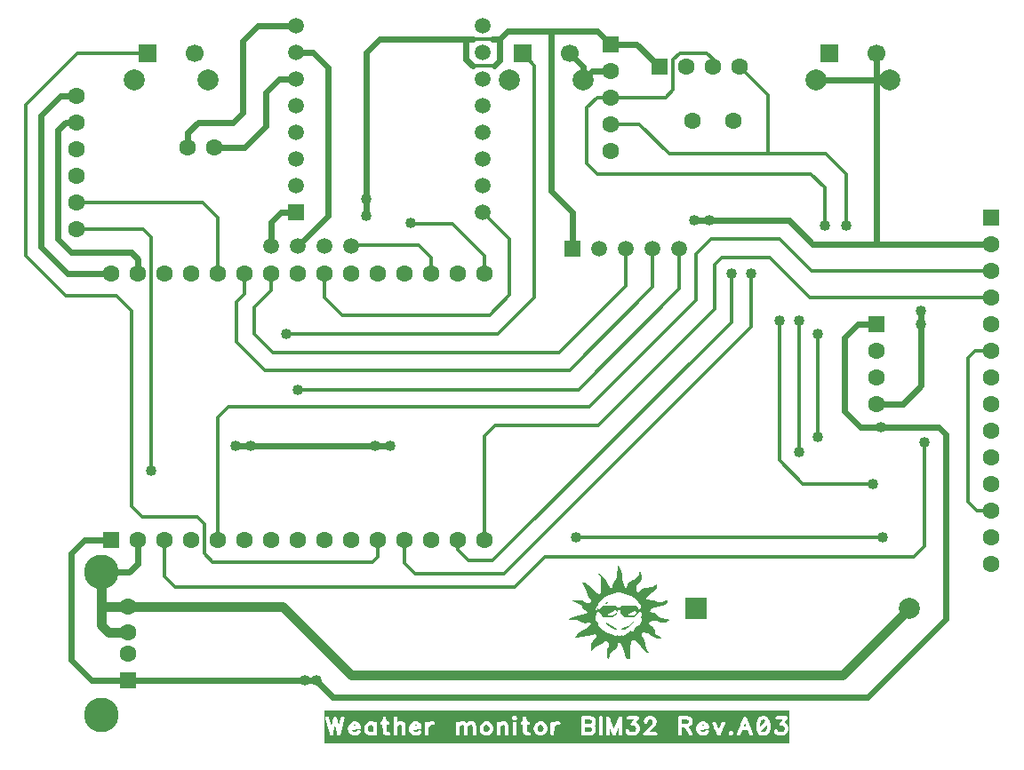
<source format=gbr>
G04 DipTrace 4.2.0.0*
G04 1 - Top.gbr*
%MOMM*%
G04 #@! TF.FileFunction,Copper,L1,Top*
G04 #@! TF.Part,Single*
G04 #@! TA.AperFunction,Conductor*
%ADD13C,0.6*%
%ADD14C,0.33*%
%ADD15C,0.9*%
G04 #@! TA.AperFunction,ComponentPad*
%ADD16C,2.0*%
%ADD17R,2.0X2.0*%
%ADD18R,1.6X1.6*%
%ADD19C,1.6*%
%ADD20C,1.7*%
%ADD21R,1.7X1.7*%
%ADD22C,2.0*%
%ADD23C,1.5*%
%ADD24R,1.5X1.5*%
%ADD25C,1.5*%
%ADD27C,3.3*%
G04 #@! TA.AperFunction,ViaPad*
%ADD28C,1.016*%
%FSLAX35Y35*%
G04*
G71*
G90*
G75*
G01*
G04 Top*
%LPD*%
X4870873Y6847623D2*
D14*
X4984747Y6733750D1*
Y4524370D1*
X4635500Y4175123D1*
X2619373D1*
X2984497Y4746623D2*
X2984927Y4746193D1*
Y4519900D1*
X3149543Y4355283D1*
X4555920D1*
X4746853Y4546217D1*
Y5079767D1*
X4492623Y5333997D1*
X9334500Y4778373D2*
X7619997D1*
X7318370Y5080000D1*
X6667500D1*
X6524623Y4937123D1*
Y4492623D1*
X5508623Y3476623D1*
X2070250D1*
X1968497Y3374870D1*
Y2206623D1*
X619123Y5429247D2*
X1825627D1*
X1968497Y5286377D1*
Y4746623D1*
X3746497Y2206623D2*
Y1990877D1*
X3848250Y1889123D1*
X4692497D1*
X7048497Y4245123D1*
Y4746623D1*
X1298997Y6847623D2*
X633123D1*
X142873Y6357373D1*
Y4921247D1*
X523873Y4540247D1*
X1000123D1*
X1142997Y4397373D1*
Y2530630D1*
X1244753Y2428873D1*
X1771493D1*
X1841497Y2358870D1*
Y2079623D1*
X1920873Y2000247D1*
X3444873D1*
X3492497Y2047870D1*
Y2206623D1*
X619123Y5175247D2*
X1254130D1*
X1333500Y5095877D1*
Y2873373D1*
X1335247D1*
X1460497Y2206623D2*
Y1863877D1*
X1562250Y1762123D1*
X4794250D1*
X5080000Y2047873D1*
X8597743D1*
X8699500Y2149630D1*
Y3143247D1*
X3807937Y5229787D2*
X3812120Y5225603D1*
X4205360D1*
X4508497Y4922467D1*
Y4746623D1*
X952497Y2206623D2*
D13*
X698497D1*
X571497Y2079623D1*
Y1063627D1*
X762050Y873073D1*
X1117123D1*
X8239123Y4270373D2*
X8064497D1*
X7937497Y4143373D1*
Y3438370D1*
X8089743Y3286123D1*
X8286750D1*
X8835870D1*
X8905873Y3216120D1*
Y1460497D1*
X8159750Y714373D1*
X3063873D1*
X2905173Y873073D1*
X2794000D1*
X2682873D1*
X1117123D1*
X2905123Y873123D2*
X2905173Y873073D1*
X2794000Y873123D2*
Y873073D1*
X8286750Y3286123D2*
D3*
X2476497Y5016500D2*
Y5238747D1*
X2571747Y5333997D1*
X2714623D1*
X856123Y1902373D2*
D15*
Y1571573D1*
Y1398123D1*
X926573Y1327673D1*
X1117123D1*
X856123Y1902373D2*
D13*
X1124500D1*
X1206497Y1984370D1*
Y2206623D1*
X619125Y6191247D2*
X516747D1*
X444497Y6118997D1*
Y5080000D1*
X571497Y4953000D1*
X1142997D1*
X1206497Y4889500D1*
Y4746623D1*
X1117123Y1571573D2*
D15*
X856123D1*
X9334500Y5032373D2*
D13*
X8241873D1*
X7635873D1*
X7413623Y5254623D1*
X6651623D1*
X8667747Y4397373D2*
Y4270373D1*
Y3682997D1*
X8493123Y3508373D1*
X8239123D1*
X8241873Y6847623D2*
Y5032373D1*
X8667747Y4270373D2*
D3*
X6508750Y5254623D2*
X6651623D1*
X1117123Y1571573D2*
D15*
X2587673D1*
X3238500Y920747D1*
X7921620D1*
X8556623Y1555750D1*
X2730497Y5016500D2*
D13*
X3016247Y5302250D1*
Y6715127D1*
X2873377Y6857997D1*
X2714623D1*
X5445873Y6597623D2*
X5532963Y6684713D1*
X5708750D1*
X8241873Y6847623D2*
Y6597623D1*
X7666873D1*
X5320873Y6847623D2*
X5445873Y6722623D1*
Y6597623D1*
X3238500Y5016500D2*
D14*
X3241120Y5019120D1*
X3885183D1*
X4000497Y4903807D1*
Y4746623D1*
X952497D2*
D13*
X539747D1*
X285747Y5000623D1*
Y6260247D1*
X470747Y6445247D1*
X619123D1*
X2140747Y3111500D2*
X2283623D1*
X3466623D1*
X3613623D1*
X5349873Y4984750D2*
Y5334000D1*
X5143497Y5540377D1*
Y7064373D1*
X4730750D1*
X4651377Y6985000D1*
X4587873D1*
D14*
X4397373D1*
D13*
X4333873D1*
X3508653D1*
X3381373Y6857720D1*
Y5461000D1*
X3381370D1*
Y5302247D1*
X4333873Y6985000D2*
Y6794497D1*
X4397373Y6730997D1*
D14*
X4603750D1*
D13*
X4651377Y6778623D1*
Y6985000D1*
X2283623Y3111500D2*
D3*
X3466623D2*
D3*
X6175373Y6719250D2*
X5955910Y6938713D1*
X5708750D1*
X5143497Y7064373D2*
X5583090D1*
X5708750Y6938713D1*
X1936750Y5953123D2*
X2222500D1*
X2428873Y6159497D1*
Y6476717D1*
X2556153Y6603997D1*
X2714623D1*
X1682750Y5953123D2*
Y6095997D1*
X1778000Y6191247D1*
X2111373D1*
X2206623Y6286497D1*
Y6969123D1*
X2349497Y7111997D1*
X2714623D1*
X4254497Y2206623D2*
D14*
Y2117877D1*
X4356250Y2016123D1*
X4587873D1*
X6858000Y4286250D1*
Y4746623D1*
X9334500Y4524373D2*
X7604123D1*
X7223123Y4905373D1*
X6769250D1*
X6699247Y4835370D1*
Y4413247D1*
X5588000Y3302000D1*
X4610253D1*
X4508497Y3200243D1*
Y2206623D1*
X6111873Y4984750D2*
Y4619623D1*
X5318123Y3825873D1*
X2413000D1*
X2143123Y4095750D1*
Y4476747D1*
X2222497Y4556120D1*
Y4746623D1*
X9334500Y2492373D2*
X9198127D1*
X9112247Y2578253D1*
Y3946367D1*
X9182253Y4016373D1*
X9334500D1*
X7508873Y4302123D2*
Y3047997D1*
X5708750Y6430713D2*
X6237370D1*
X6307373Y6500717D1*
Y6791873D1*
X6367373Y6851873D1*
X6627373D1*
X6683373Y6795873D1*
Y6719250D1*
X5708750Y6430713D2*
X5586623D1*
X5486067Y6330157D1*
Y5801877D1*
X5586070Y5701873D1*
X7616600D1*
X7747000Y5571473D1*
Y5207000D1*
X7683500Y4175123D2*
Y3190873D1*
X7683497D1*
X7953373Y5207000D2*
Y5699123D1*
X7760623Y5891873D1*
X7207247D1*
Y6449377D1*
X6937373Y6719250D1*
X5708750Y6176713D2*
X5982533D1*
X6267373Y5891873D1*
X7207247D1*
X6365873Y4984750D2*
Y4603747D1*
X5404000Y3641873D1*
X2727373D1*
X7318373Y4302123D2*
Y2968623D1*
X7540623Y2746373D1*
X8207373D1*
X8301810Y2233907D2*
X8299980Y2232077D1*
X5378673D1*
X5857873Y4984750D2*
Y4635500D1*
X5222873Y4000500D1*
X2492373D1*
X2317747Y4175127D1*
Y4429120D1*
X2476497Y4587870D1*
Y4746623D1*
D28*
X2727373Y3641873D3*
X8699500Y3143247D3*
X7318373Y4302123D3*
X8301810Y2233907D3*
X8207373Y2746373D3*
X5378673Y2232077D3*
X3807937Y5229787D3*
X7508873Y4302123D3*
X7683500Y4175123D3*
X7508873Y3047997D3*
X7683497Y3190873D3*
X6651623Y5254623D3*
X8667747Y4397373D3*
X2619373Y4175123D3*
X7747000Y5207000D3*
X7953373D3*
X6858000Y4746623D3*
X1335247Y2873373D3*
X2140747Y3111500D3*
X3613623D3*
X3381370Y5302247D3*
X7048497Y4746623D3*
X2905123Y873123D3*
X2794000D3*
X8286750Y3286123D3*
X3381377Y5461000D3*
X2283623Y3111500D3*
X3466623D3*
X8667747Y4270373D3*
X6508750Y5254623D3*
D16*
X8556623Y1555750D3*
D17*
X6524623D3*
D18*
X5708750Y6938713D3*
D19*
Y6684713D3*
Y6430713D3*
Y6176713D3*
Y5922713D3*
X6881873Y6207123D3*
X6492873D3*
D20*
X8241873Y6847623D3*
D21*
X7791873D3*
D22*
X8366873Y6597623D3*
X7666873D3*
D20*
X1748997Y6847623D3*
D21*
X1298997D3*
D22*
X1873997Y6597623D3*
X1173997D3*
D20*
X5320873Y6847623D3*
D21*
X4870873D3*
D22*
X5445873Y6597623D3*
X4745873D3*
D19*
X1936750Y5953123D3*
X1682750D3*
X4508497Y4746623D3*
X4254497D3*
X4000497D3*
X3746497D3*
X3492497D3*
X3238497D3*
X2984497D3*
X2730497D3*
X2476497D3*
X2222497D3*
X1968497D3*
X1714497D3*
X1460497D3*
X1206497D3*
X952497D3*
X4508497Y2206623D3*
X4254497D3*
X4000497D3*
X3746497D3*
X3492497D3*
X3238497D3*
X2984497D3*
X2730497D3*
X2476497D3*
X2222497D3*
X1968497D3*
X1714497D3*
X1460497D3*
X1206497D3*
D18*
X952497D3*
D23*
X5857873Y4984750D3*
X6111873D3*
X6365873D3*
X5603873D3*
D24*
X5349873D3*
X2714623Y5333997D3*
D23*
Y5587997D3*
Y5841997D3*
Y6095997D3*
Y6349997D3*
Y6603997D3*
Y6857997D3*
Y7111997D3*
X4492623D3*
Y6857997D3*
Y6603997D3*
Y6349997D3*
Y6095997D3*
Y5841997D3*
Y5587997D3*
Y5333997D3*
D25*
X2476497Y5016500D3*
X2730497D3*
X2984497Y5016497D3*
X3238500Y5016500D3*
D19*
X6937373Y6719250D3*
X6683373D3*
X6429373D3*
D18*
X6175373D3*
D19*
X8239123Y4016373D3*
Y3762373D3*
Y3508373D3*
D18*
Y4270373D3*
X9334500Y5286373D3*
D19*
Y5032373D3*
Y4778373D3*
Y4524373D3*
Y4270373D3*
Y4016373D3*
Y3762373D3*
Y3508373D3*
Y3254373D3*
Y3000373D3*
Y2746373D3*
Y2492373D3*
Y2238373D3*
Y1984373D3*
X1117123Y1327673D3*
Y1571573D3*
Y1127073D3*
D18*
Y873073D3*
D27*
X856123Y1902373D3*
Y542373D3*
D19*
X619125Y6445247D3*
Y6191247D3*
Y5937247D3*
Y5683247D3*
Y5429247D3*
Y5175247D3*
G36*
X5806707Y530540D2*
X5810707Y528540D1*
X5816707Y522540D1*
Y520540D1*
X5818707Y518540D1*
Y358540D1*
X5816707Y356540D1*
Y354540D1*
X5810707Y348540D1*
X5802707Y344540D1*
X5798707D1*
X5790707Y348540D1*
X5784707Y354540D1*
Y356540D1*
X5782707Y416540D1*
X5780707Y412540D1*
X5778707Y406540D1*
X5776707Y402540D1*
X5772707Y390540D1*
X5770707Y386540D1*
X5766707Y374540D1*
X5764707Y370540D1*
X5762707Y364540D1*
X5760707Y360540D1*
Y356540D1*
X5752707Y348540D1*
X5744707Y344540D1*
X5740707D1*
X5732707Y348540D1*
X5724707Y356540D1*
Y360540D1*
X5722707Y364540D1*
X5720707Y370540D1*
X5718707Y374540D1*
X5714707Y386540D1*
X5712707Y390540D1*
X5708707Y402540D1*
X5706707Y406540D1*
X5704707Y412540D1*
X5702707Y416540D1*
X5700707Y356540D1*
Y354540D1*
X5694707Y348540D1*
X5686707Y344540D1*
X5682707D1*
X5674707Y348540D1*
X5668707Y354540D1*
Y356540D1*
X5666707Y358540D1*
Y518540D1*
X5668707Y520540D1*
Y522540D1*
X5674707Y528540D1*
X5678707Y530540D1*
X5624707D1*
X5628707Y528540D1*
X5634707Y522540D1*
Y520540D1*
X5636707Y518540D1*
Y358540D1*
X5634707Y356540D1*
Y354540D1*
X5628707Y348540D1*
X5620707Y344540D1*
X5616707D1*
X5608707Y348540D1*
X5602707Y354540D1*
Y356540D1*
X5600707Y358540D1*
Y518540D1*
X5602707Y520540D1*
Y522540D1*
X5608707Y528540D1*
X5612707Y530540D1*
X5522707D1*
X5536707Y526540D1*
X5544707Y524540D1*
X5562707Y506540D1*
Y504540D1*
X5564707Y498540D1*
X5566707Y494540D1*
X5568707Y492540D1*
Y464540D1*
X5566707Y462540D1*
X5564707Y458540D1*
X5562707Y452540D1*
X5554707Y442540D1*
X5562707Y430540D1*
X5564707Y426540D1*
X5566707Y420540D1*
X5568707Y418540D1*
Y384540D1*
X5566707Y382540D1*
X5564707Y378540D1*
X5562707Y372540D1*
Y370540D1*
X5552707Y360540D1*
X5528707Y348540D1*
X5522707Y346540D1*
X5496040Y344540D1*
X5469373D1*
X5442707Y346540D1*
X5162707D1*
X5158707Y344540D1*
X5154707D1*
X5146707Y348540D1*
X5140707Y354540D1*
Y356540D1*
X5138707Y358540D1*
Y468540D1*
X5140707Y470540D1*
Y472540D1*
X5146707Y478540D1*
X5154707Y482540D1*
X5158707D1*
X5166707Y478540D1*
X5170707Y474540D1*
X5174707D1*
X5176707Y476540D1*
X5184707Y480540D1*
X5196707Y482540D1*
X5208707D1*
X5220707Y480540D1*
X5224707Y478540D1*
X5230707Y472540D1*
Y470540D1*
X5232707Y468540D1*
Y460540D1*
X5230707Y458540D1*
Y456540D1*
X5224707Y450540D1*
X5220707Y448540D1*
X5196707Y446540D1*
X5192707Y444540D1*
X5186707Y440540D1*
X5180707Y434540D1*
X5178707Y428540D1*
X5176707Y424540D1*
X5174707Y418540D1*
X5172707Y356540D1*
Y354540D1*
X5166707Y348540D1*
X5162707Y346540D1*
X5442707D1*
X5438707Y348540D1*
X5432707Y354540D1*
Y356540D1*
X5430707Y358540D1*
Y518540D1*
X5432707Y520540D1*
Y522540D1*
X5438707Y528540D1*
X5442707Y530540D1*
X4898707D1*
X4902707Y528540D1*
X4908707Y522540D1*
Y520540D1*
X4910707Y482540D1*
X4926707Y480540D1*
X5022707D1*
X5035373Y482540D1*
X5048040D1*
X5060707Y480540D1*
X5076707Y472540D1*
X5100707Y448540D1*
Y444540D1*
X5102707Y438540D1*
X5104707Y434540D1*
X5106707Y428540D1*
X5108707Y426540D1*
Y400540D1*
X5106707Y398540D1*
X5104707Y392540D1*
X5102707Y388540D1*
X5100707Y382540D1*
Y378540D1*
X5076707Y354540D1*
X5060707Y346540D1*
X5048040Y344540D1*
X5035373D1*
X5022707Y346540D1*
X5014707Y350540D1*
X5012707Y352540D1*
X5006707Y356540D1*
X5002707Y358540D1*
X4988707Y372540D1*
Y374540D1*
X4982707Y386540D1*
X4978707Y398540D1*
X4976707Y400540D1*
Y426540D1*
X4978707Y428540D1*
X4982707Y440540D1*
X4988707Y452540D1*
Y454540D1*
X5002707Y468540D1*
X5006707Y470540D1*
X5012707Y474540D1*
X5022707Y480540D1*
X4926707D1*
X4930707Y478540D1*
X4936707Y472540D1*
Y470540D1*
X4938707Y468540D1*
Y460540D1*
X4936707Y458540D1*
Y456540D1*
X4930707Y450540D1*
X4926707Y448540D1*
X4910707Y446540D1*
Y392540D1*
X4912707Y384540D1*
X4914707Y382540D1*
X4918707Y380540D1*
X4934707Y378540D1*
X4938707Y376540D1*
X4944707Y370540D1*
Y368540D1*
X4946707Y366540D1*
Y358540D1*
X4944707Y356540D1*
Y354540D1*
X4938707Y348540D1*
X4934707Y346540D1*
X4925373Y344540D1*
X4916040D1*
X4906707Y346540D1*
X4802707D1*
X4798707Y344540D1*
X4794707D1*
X4790707Y346540D1*
X4728707D1*
X4724707Y344540D1*
X4720707D1*
X4712707Y348540D1*
X4706707Y354540D1*
Y356540D1*
X4704707Y432540D1*
X4702707Y436540D1*
X4700707Y442540D1*
X4696707Y446540D1*
X4682707D1*
X4678707Y444540D1*
X4672707Y440540D1*
X4660707Y428540D1*
X4658707Y356540D1*
Y354540D1*
X4652707Y348540D1*
X4644707Y344540D1*
X4640707D1*
X4636707Y346540D1*
X4546707D1*
X4534040Y344540D1*
X4521373D1*
X4508707Y346540D1*
X4500707Y350540D1*
X4498707Y352540D1*
X4492707Y356540D1*
X4476707Y370540D1*
X4468707Y378540D1*
Y384540D1*
X4466707Y390540D1*
X4464707Y398540D1*
X4462707Y400540D1*
Y426540D1*
X4464707Y428540D1*
X4466707Y436540D1*
X4468707Y442540D1*
X4472707Y452540D1*
X4488707Y468540D1*
X4492707Y470540D1*
X4498707Y474540D1*
X4500707Y476540D1*
X4508707Y480540D1*
X4521373Y482540D1*
X4534040D1*
X4546707Y480540D1*
X4550707Y478540D1*
X4552707Y476540D1*
X4564707Y468540D1*
X4568707Y466540D1*
X4586707Y448540D1*
Y442540D1*
X4588707Y436540D1*
X4590707Y428540D1*
X4592707Y426540D1*
Y400540D1*
X4590707Y398540D1*
X4588707Y390540D1*
X4586707Y384540D1*
Y378540D1*
X4568707Y360540D1*
X4564707Y358540D1*
X4546707Y346540D1*
X4636707D1*
X4632707Y348540D1*
X4626707Y354540D1*
Y356540D1*
X4624707Y358540D1*
Y468540D1*
X4626707Y470540D1*
Y472540D1*
X4632707Y478540D1*
X4640707Y482540D1*
X4644707D1*
X4652707Y478540D1*
X4656707Y474540D1*
X4660707D1*
X4662707Y476540D1*
X4670707Y480540D1*
X4683373Y482540D1*
X4696040D1*
X4708707Y480540D1*
X4712707Y478540D1*
X4714707Y476540D1*
X4722707Y472540D1*
X4732707Y462540D1*
Y458540D1*
X4734707Y452540D1*
X4736707Y448540D1*
X4738707Y442540D1*
X4740707Y440540D1*
Y358540D1*
X4738707Y356540D1*
Y354540D1*
X4732707Y348540D1*
X4728707Y346540D1*
X4790707D1*
X4786707Y348540D1*
X4780707Y354540D1*
Y356540D1*
X4778707Y358540D1*
Y468540D1*
X4780707Y470540D1*
Y472540D1*
X4786707Y478540D1*
X4794707Y482540D1*
X4798707D1*
X4806707Y478540D1*
X4812707Y472540D1*
Y470540D1*
X4814707Y468540D1*
Y358540D1*
X4812707Y356540D1*
Y354540D1*
X4806707Y348540D1*
X4802707Y346540D1*
X4906707D1*
X4890707Y354540D1*
X4880707Y364540D1*
Y368540D1*
X4878707Y376540D1*
X4876707Y382540D1*
X4874707Y446540D1*
X4864707Y448540D1*
X4860707Y450540D1*
X4854707Y456540D1*
Y458540D1*
X4852707Y460540D1*
Y468540D1*
X4854707Y470540D1*
Y472540D1*
X4860707Y478540D1*
X4864707Y480540D1*
X4874707Y482540D1*
X4876707Y520540D1*
Y522540D1*
X4882707Y528540D1*
X4886707Y530540D1*
X4812707D1*
X4814707Y526540D1*
X4818707Y520540D1*
X4820707Y518540D1*
Y510540D1*
X4818707Y508540D1*
Y506540D1*
X4806707Y494540D1*
X4798707Y490540D1*
X4794707D1*
X4790707Y492540D1*
X3676707D1*
Y474540D1*
X3688707Y480540D1*
X3701373Y482540D1*
X3714040D1*
X3726707Y480540D1*
X3834707D1*
X3847373Y482540D1*
X3860040D1*
X3872707Y480540D1*
X3954707D1*
X3958707Y482540D1*
X3962707D1*
X3970707Y478540D1*
X3974707Y474540D1*
X3978707D1*
X3980707Y476540D1*
X3988707Y480540D1*
X4000707Y482540D1*
X4012707D1*
X4024707Y480540D1*
X4246707D1*
X4250707Y482540D1*
X4254707D1*
X4262707Y478540D1*
X4266707Y474540D1*
X4270707D1*
X4272707Y476540D1*
X4280707Y480540D1*
X4293373Y482540D1*
X4306040D1*
X4318707Y480540D1*
X4334707Y472540D1*
X4338707Y468540D1*
X4340707D1*
X4344707Y470540D1*
X4346707Y472540D1*
X4362707Y480540D1*
X4374707Y482540D1*
X4386707D1*
X4398707Y480540D1*
X4414707Y472540D1*
X4424707Y462540D1*
Y456540D1*
X4426707Y450540D1*
X4428707Y442540D1*
X4430707Y440540D1*
Y358540D1*
X4428707Y356540D1*
Y354540D1*
X4422707Y348540D1*
X4414707Y344540D1*
X4410707D1*
X4402707Y348540D1*
X4396707Y354540D1*
Y356540D1*
X4394707Y434540D1*
X4392707Y440540D1*
X4390707Y444540D1*
X4386707Y446540D1*
X4374707D1*
X4362707Y440540D1*
X4350707Y428540D1*
X4348707Y356540D1*
Y354540D1*
X4342707Y348540D1*
X4334707Y344540D1*
X4330707D1*
X4322707Y348540D1*
X4316707Y354540D1*
Y356540D1*
X4314707Y434540D1*
X4312707Y440540D1*
X4310707Y444540D1*
X4306707Y446540D1*
X4292707D1*
X4288707Y444540D1*
X4282707Y440540D1*
X4270707Y428540D1*
X4268707Y356540D1*
Y354540D1*
X4262707Y348540D1*
X4254707Y344540D1*
X4250707D1*
X4242707Y348540D1*
X4236707Y354540D1*
Y356540D1*
X4234707Y358540D1*
Y468540D1*
X4236707Y470540D1*
Y472540D1*
X4242707Y478540D1*
X4246707Y480540D1*
X4024707D1*
X4028707Y478540D1*
X4034707Y472540D1*
Y470540D1*
X4036707Y468540D1*
Y460540D1*
X4034707Y458540D1*
Y456540D1*
X4028707Y450540D1*
X4024707Y448540D1*
X4000707Y446540D1*
X3996707Y444540D1*
X3990707Y440540D1*
X3982707Y432540D1*
X3978707Y420540D1*
X3976707Y356540D1*
Y354540D1*
X3970707Y348540D1*
X3962707Y344540D1*
X3958707D1*
X3950707Y348540D1*
X3944707Y354540D1*
Y356540D1*
X3942707Y358540D1*
Y468540D1*
X3944707Y470540D1*
Y472540D1*
X3950707Y478540D1*
X3954707Y480540D1*
X3872707D1*
X3890707Y468540D1*
X3894707Y466540D1*
X3904707Y456540D1*
Y452540D1*
X3906707Y448540D1*
X3908707Y442540D1*
X3910707Y440540D1*
Y416540D1*
X3908707Y414540D1*
Y412540D1*
X3902707Y406540D1*
X3898707Y404540D1*
X3826707Y402540D1*
Y400540D1*
X3828707Y394540D1*
X3836707Y386540D1*
X3842707Y382540D1*
X3846707Y380540D1*
X3860707D1*
X3866707Y384540D1*
X3878707Y396540D1*
X3890707Y402540D1*
X3894707D1*
X3902707Y398540D1*
X3908707Y392540D1*
Y390540D1*
X3910707Y388540D1*
Y380540D1*
X3908707Y378540D1*
Y376540D1*
X3886707Y354540D1*
X3878707Y350540D1*
X3876707Y348540D1*
X3872707Y346540D1*
X3860040Y344540D1*
X3847373D1*
X3834707Y346540D1*
X3826707Y350540D1*
X3824707Y352540D1*
X3818707Y356540D1*
X3802707Y370540D1*
X3794707Y378540D1*
Y384540D1*
X3792707Y390540D1*
X3790707Y398540D1*
X3788707Y400540D1*
Y426540D1*
X3790707Y428540D1*
X3792707Y436540D1*
X3794707Y442540D1*
X3798707Y452540D1*
X3814707Y468540D1*
X3818707Y470540D1*
X3824707Y474540D1*
X3834707Y480540D1*
X3726707D1*
X3732707Y476540D1*
X3740707Y472540D1*
X3750707Y462540D1*
Y456540D1*
X3752707Y450540D1*
X3754707Y442540D1*
X3756707Y440540D1*
Y358540D1*
X3754707Y356540D1*
Y354540D1*
X3748707Y348540D1*
X3740707Y344540D1*
X3736707D1*
X3728707Y348540D1*
X3722707Y354540D1*
Y356540D1*
X3720707Y434540D1*
X3718707Y440540D1*
X3716707Y444540D1*
X3714707Y446540D1*
X3700707D1*
X3688707Y440540D1*
X3676707Y428540D1*
X3674707Y356540D1*
Y354540D1*
X3668707Y348540D1*
X3660707Y344540D1*
X3656707D1*
X3648707Y348540D1*
X3642707Y354540D1*
Y356540D1*
X3640707Y358540D1*
Y518540D1*
X3642707Y520540D1*
Y522540D1*
X3648707Y528540D1*
X3656707Y532540D1*
X3660707D1*
X3668707Y528540D1*
X3674707Y522540D1*
Y520540D1*
X3676707Y492540D1*
X4790707D1*
X4778707Y500540D1*
X4774707Y504540D1*
X4772707Y508540D1*
X4770707Y510540D1*
Y518540D1*
X4772707Y520540D1*
X4774707Y524540D1*
Y526540D1*
X4782707Y534540D1*
X4790707Y538540D1*
X2980707D1*
Y530540D1*
X3006707D1*
X3010707Y532540D1*
X3014707D1*
X3022707Y528540D1*
X3030707Y520540D1*
Y514540D1*
X3048707Y442540D1*
X3050707Y438540D1*
X3056707Y462540D1*
X3058707Y472540D1*
X3064707Y496540D1*
X3066707Y506540D1*
X3068707Y514540D1*
Y520540D1*
X3076707Y528540D1*
X3084707Y532540D1*
X3088707D1*
X3096707Y528540D1*
X3104707Y520540D1*
Y514540D1*
X3106707Y506540D1*
X3108707Y496540D1*
X3114707Y472540D1*
X3116707Y462540D1*
X3122707Y438540D1*
X3128707Y462540D1*
X3130707Y472540D1*
X3136707Y496540D1*
X3138707Y506540D1*
X3140707Y514540D1*
Y520540D1*
X3148707Y528540D1*
X3156707Y532540D1*
X3160707D1*
X3164707Y530540D1*
X3550707D1*
X3554707Y532540D1*
X3558707D1*
X3566707Y528540D1*
X3572707Y522540D1*
Y520540D1*
X3574707Y482540D1*
X3590707Y480540D1*
X3594707Y478540D1*
X3600707Y472540D1*
Y470540D1*
X3602707Y468540D1*
Y460540D1*
X3600707Y458540D1*
Y456540D1*
X3594707Y450540D1*
X3590707Y448540D1*
X3574707Y446540D1*
Y392540D1*
X3576707Y384540D1*
X3578707Y382540D1*
X3582707Y380540D1*
X3598707Y378540D1*
X3602707Y376540D1*
X3608707Y370540D1*
Y368540D1*
X3610707Y366540D1*
Y358540D1*
X3608707Y356540D1*
Y354540D1*
X3602707Y348540D1*
X3598707Y346540D1*
X3589373Y344540D1*
X3580040D1*
X3570707Y346540D1*
X3472707D1*
X3468707Y344540D1*
X3464707D1*
X3456707Y348540D1*
X3454707Y350540D1*
X3452707D1*
X3450707Y348540D1*
X3446707Y346540D1*
X3434040Y344540D1*
X3421373D1*
X3408707Y346540D1*
X3400707Y350540D1*
X3398707Y352540D1*
X3392707Y356540D1*
X3376707Y370540D1*
X3368707Y378540D1*
Y384540D1*
X3366707Y390540D1*
X3364707Y398540D1*
X3362707Y400540D1*
Y426540D1*
X3364707Y428540D1*
X3366707Y436540D1*
X3368707Y442540D1*
X3372707Y452540D1*
X3388707Y468540D1*
X3392707Y470540D1*
X3398707Y474540D1*
X3400707Y476540D1*
X3408707Y480540D1*
X3421373Y482540D1*
X3434040D1*
X3446707Y480540D1*
X3450707Y478540D1*
X3452707Y476540D1*
X3454707D1*
X3456707Y478540D1*
X3464707Y482540D1*
X3468707D1*
X3476707Y478540D1*
X3482707Y472540D1*
Y470540D1*
X3484707Y468540D1*
Y358540D1*
X3482707Y356540D1*
Y354540D1*
X3476707Y348540D1*
X3472707Y346540D1*
X3570707D1*
X3554707Y354540D1*
X3544707Y364540D1*
Y368540D1*
X3542707Y376540D1*
X3540707Y382540D1*
X3538707Y446540D1*
X3528707Y448540D1*
X3524707Y450540D1*
X3518707Y456540D1*
Y458540D1*
X3516707Y460540D1*
Y468540D1*
X3518707Y470540D1*
Y472540D1*
X3524707Y478540D1*
X3528707Y480540D1*
X3538707Y482540D1*
X3540707Y520540D1*
Y522540D1*
X3546707Y528540D1*
X3550707Y530540D1*
X3164707D1*
X3168707Y528540D1*
X3174707Y522540D1*
Y520540D1*
X3176707Y518540D1*
Y508540D1*
X3174707Y506540D1*
X3170707Y490540D1*
X3168707Y480540D1*
X3254707D1*
X3267373Y482540D1*
X3280040D1*
X3292707Y480540D1*
X3296707Y478540D1*
X3298707Y476540D1*
X3310707Y468540D1*
X3314707Y466540D1*
X3324707Y456540D1*
Y452540D1*
X3326707Y448540D1*
X3328707Y442540D1*
X3330707Y440540D1*
Y416540D1*
X3328707Y414540D1*
Y412540D1*
X3322707Y406540D1*
X3318707Y404540D1*
X3246707Y402540D1*
Y400540D1*
X3248707Y394540D1*
X3256707Y386540D1*
X3262707Y382540D1*
X3266707Y380540D1*
X3280707D1*
X3286707Y384540D1*
X3298707Y396540D1*
X3310707Y402540D1*
X3314707D1*
X3322707Y398540D1*
X3328707Y392540D1*
Y390540D1*
X3330707Y388540D1*
Y380540D1*
X3328707Y378540D1*
Y376540D1*
X3306707Y354540D1*
X3298707Y350540D1*
X3296707Y348540D1*
X3292707Y346540D1*
X3280040Y344540D1*
X3267373D1*
X3254707Y346540D1*
X3246707Y350540D1*
X3244707Y352540D1*
X3238707Y356540D1*
X3222707Y370540D1*
X3214707Y378540D1*
Y384540D1*
X3212707Y390540D1*
X3210707Y398540D1*
X3208707Y400540D1*
Y426540D1*
X3210707Y428540D1*
X3212707Y436540D1*
X3214707Y442540D1*
X3218707Y452540D1*
X3234707Y468540D1*
X3238707Y470540D1*
X3244707Y474540D1*
X3254707Y480540D1*
X3168707D1*
X3162707Y456540D1*
X3160707Y446540D1*
X3152707Y414540D1*
X3150707Y404540D1*
X3144707Y380540D1*
X3142707Y370540D1*
X3140707Y362540D1*
Y356540D1*
X3132707Y348540D1*
X3124707Y344540D1*
X3120707D1*
X3112707Y348540D1*
X3104707Y356540D1*
Y362540D1*
X3102707Y370540D1*
X3100707Y380540D1*
X3094707Y404540D1*
X3092707Y414540D1*
X3086707Y438540D1*
X3080707Y414540D1*
X3078707Y404540D1*
X3072707Y380540D1*
X3070707Y370540D1*
X3068707Y362540D1*
Y356540D1*
X3060707Y348540D1*
X3052707Y344540D1*
X3048707D1*
X3040707Y348540D1*
X3032707Y356540D1*
Y362540D1*
X2996707Y506540D1*
X2994707Y508540D1*
Y518540D1*
X2996707Y520540D1*
Y522540D1*
X3002707Y528540D1*
X3006707Y530540D1*
X2980707D1*
Y272540D1*
X7416707D1*
Y346540D1*
X7350707D1*
X7338040Y344540D1*
X7325373D1*
X7312707Y346540D1*
X7180707D1*
X7170707Y344540D1*
X7160707D1*
X7150707Y346540D1*
X7054707D1*
X7050707Y344540D1*
X7046707D1*
X7038707Y348540D1*
X7030707Y356540D1*
Y360540D1*
X7028707Y364540D1*
X7026707Y370540D1*
X7024707Y374540D1*
X7020707Y386540D1*
X7016707Y394540D1*
X6962707D1*
X6960707Y390540D1*
X6958707Y384540D1*
X6956707Y380540D1*
X6954707Y374540D1*
X6952707Y370540D1*
X6950707Y364540D1*
X6948707Y360540D1*
Y356540D1*
X6940707Y348540D1*
X6932707Y344540D1*
X6928707D1*
X6924707Y346540D1*
X6862707D1*
X6858707Y344540D1*
X6854707D1*
X6842707Y350540D1*
X6836707Y356540D1*
Y358540D1*
X6834707Y362540D1*
X6832707Y364540D1*
Y372540D1*
X6834707Y374540D1*
X6836707Y378540D1*
X6842707Y386540D1*
Y388540D1*
X6854707Y394540D1*
X6858707D1*
X6866707Y390540D1*
X6880707Y376540D1*
Y374540D1*
X6882707Y372540D1*
Y364540D1*
X6880707Y362540D1*
Y360540D1*
X6872707Y352540D1*
X6868707Y350540D1*
X6862707Y346540D1*
X6924707D1*
X6920707Y348540D1*
X6914707Y354540D1*
Y356540D1*
X6912707Y358540D1*
Y368540D1*
X6914707Y370540D1*
X6916707Y376540D1*
X6918707Y380540D1*
X6920707Y386540D1*
X6922707Y390540D1*
Y394540D1*
X6774707D1*
X6772707Y392540D1*
X6768707Y384540D1*
X6766707Y378540D1*
X6764707Y374540D1*
X6762707Y368540D1*
X6760707Y364540D1*
X6758707Y358540D1*
Y356540D1*
X6750707Y348540D1*
X6742707Y344540D1*
X6738707D1*
X6734707Y346540D1*
X6608707D1*
X6596040Y344540D1*
X6583373D1*
X6570707Y346540D1*
X6562707Y350540D1*
X6560707Y352540D1*
X6554707Y356540D1*
X6538707Y370540D1*
X6530707Y378540D1*
Y384540D1*
X6528707Y390540D1*
X6526707Y398540D1*
X6524707Y400540D1*
Y426540D1*
X6526707Y428540D1*
X6528707Y436540D1*
X6530707Y442540D1*
X6534707Y452540D1*
X6550707Y468540D1*
X6554707Y470540D1*
X6560707Y474540D1*
X6562707Y476540D1*
X6570707Y480540D1*
X6583373Y482540D1*
X6596040D1*
X6608707Y480540D1*
X6612707Y478540D1*
X6614707Y476540D1*
X6626707Y468540D1*
X6630707Y466540D1*
X6640707Y456540D1*
Y452540D1*
X6642707Y448540D1*
X6644707Y442540D1*
X6646707Y440540D1*
Y416540D1*
X6644707Y414540D1*
Y412540D1*
X6638707Y406540D1*
X6634707Y404540D1*
X6562707Y402540D1*
Y400540D1*
X6564707Y394540D1*
X6572707Y386540D1*
X6578707Y382540D1*
X6582707Y380540D1*
X6596707D1*
X6602707Y384540D1*
X6614707Y396540D1*
X6626707Y402540D1*
X6630707D1*
X6638707Y398540D1*
X6644707Y392540D1*
Y390540D1*
X6646707Y388540D1*
Y380540D1*
X6644707Y378540D1*
Y376540D1*
X6622707Y354540D1*
X6614707Y350540D1*
X6608707Y346540D1*
X6734707D1*
X6730707Y348540D1*
X6722707Y356540D1*
Y358540D1*
X6720707Y364540D1*
X6716707Y372540D1*
X6714707Y378540D1*
X6710707Y386540D1*
X6708707Y392540D1*
X6702707Y404540D1*
X6700707Y410540D1*
X6696707Y418540D1*
X6694707Y424540D1*
X6690707Y432540D1*
X6688707Y438540D1*
X6684707Y446540D1*
X6682707Y452540D1*
X6680707Y456540D1*
X6678707Y458540D1*
Y468540D1*
X6680707Y470540D1*
Y472540D1*
X6686707Y478540D1*
X6694707Y482540D1*
X6698707D1*
X6706707Y478540D1*
X6714707Y470540D1*
Y468540D1*
X6716707Y462540D1*
X6720707Y454540D1*
X6722707Y448540D1*
X6726707Y440540D1*
X6728707Y434540D1*
X6732707Y426540D1*
X6734707Y420540D1*
X6740707Y408540D1*
X6742707Y414540D1*
X6744707Y418540D1*
X6746707Y424540D1*
X6748707Y428540D1*
X6750707Y434540D1*
X6754707Y442540D1*
X6756707Y448540D1*
X6758707Y452540D1*
X6760707Y458540D1*
X6762707Y462540D1*
X6764707Y468540D1*
Y470540D1*
X6772707Y478540D1*
X6780707Y482540D1*
X6784707D1*
X6792707Y478540D1*
X6798707Y472540D1*
Y470540D1*
X6800707Y468540D1*
Y458540D1*
X6798707Y456540D1*
X6796707Y452540D1*
X6794707Y446540D1*
X6792707Y442540D1*
X6790707Y436540D1*
X6788707Y432540D1*
X6786707Y426540D1*
X6782707Y418540D1*
X6780707Y412540D1*
X6778707Y408540D1*
X6776707Y402540D1*
X6774707Y398540D1*
Y394540D1*
X6922707D1*
X6924707Y396540D1*
X6926707Y400540D1*
X6928707Y406540D1*
X6930707Y410540D1*
X6932707Y416540D1*
X6934707Y420540D1*
X6936707Y426540D1*
X6938707Y430540D1*
X6940707Y436540D1*
X6942707Y440540D1*
X6946707Y452540D1*
X6948707Y456540D1*
X6950707Y462540D1*
X6952707Y466540D1*
X6954707Y472540D1*
X6956707Y476540D1*
X6958707Y482540D1*
X6492707D1*
X6490707Y462540D1*
X6488707Y458540D1*
X6486707Y452540D1*
Y450540D1*
X6476707Y440540D1*
X6456707Y430540D1*
X6454707Y428540D1*
X6456707Y424540D1*
X6460707Y418540D1*
X6462707Y414540D1*
X6470707Y402540D1*
X6472707Y398540D1*
X6480707Y386540D1*
X6482707Y382540D1*
X6490707Y370540D1*
X6492707Y368540D1*
Y358540D1*
X6490707Y356540D1*
Y354540D1*
X6484707Y348540D1*
X6476707Y344540D1*
X6472707D1*
X6464707Y348540D1*
X6456707Y356540D1*
Y358540D1*
X6448707Y370540D1*
X6446707Y374540D1*
X6438707Y386540D1*
X6436707Y390540D1*
X6428707Y402540D1*
X6426707Y406540D1*
X6418707Y418540D1*
X6416707Y422540D1*
X6414707Y424540D1*
X6390707D1*
X6388707Y356540D1*
Y354540D1*
X6382707Y348540D1*
X6374707Y344540D1*
X6370707D1*
X6366707Y346540D1*
X6144707D1*
X6106707Y344540D1*
X6068707D1*
X6030707Y346540D1*
X6026707Y348540D1*
X6020707Y354540D1*
Y356540D1*
X6018707Y358540D1*
Y366540D1*
X6020707Y368540D1*
X6021707Y370540D1*
X6022798Y372362D1*
X6024725Y374497D1*
X6026707Y376540D1*
X6098707Y448540D1*
X6106707Y460540D1*
X6110707Y468540D1*
X6112707Y474540D1*
Y482540D1*
X6110707Y488540D1*
X6104707Y494540D1*
X6098707Y496540D1*
X6076707D1*
X6070707Y494540D1*
X6066707Y492540D1*
X6064707Y488540D1*
X6062707Y482540D1*
X6060707Y472540D1*
Y470540D1*
X6054707Y464540D1*
X6046707Y460540D1*
X6042707D1*
X6034707Y464540D1*
X6028707Y470540D1*
Y472540D1*
X6026707Y474540D1*
Y492540D1*
X6028707Y494540D1*
X6030707Y498540D1*
X6032707Y504540D1*
X6036707Y510540D1*
Y512540D1*
X6044707Y520540D1*
X6048707Y522540D1*
X6050707Y524540D1*
X6054707Y526540D1*
X6060707Y528540D1*
X6064707Y530540D1*
X6080040Y532540D1*
X6095373D1*
X6110707Y530540D1*
X6114707Y528540D1*
X6120707Y526540D1*
X6124707Y524540D1*
X6142707Y506540D1*
Y504540D1*
X6144707Y498540D1*
X6146707Y494540D1*
X6148707Y492540D1*
Y464540D1*
X6146707Y462540D1*
X6144707Y458540D1*
X6142707Y452540D1*
X6140707Y448540D1*
X6128707Y430540D1*
X6080707Y380540D1*
X6144707Y378540D1*
X6148707Y376540D1*
X6154707Y370540D1*
Y368540D1*
X6156707Y366540D1*
Y358540D1*
X6154707Y356540D1*
Y354540D1*
X6148707Y348540D1*
X6144707Y346540D1*
X6366707D1*
X6362707Y348540D1*
X6356707Y354540D1*
Y356540D1*
X6354707Y358540D1*
Y518540D1*
X6356707Y520540D1*
Y522540D1*
X6362707Y528540D1*
X6366707Y530540D1*
X6393373Y532540D1*
X6420040D1*
X6446707Y530540D1*
X6454707Y528540D1*
X6460707Y526540D1*
X6468707Y524540D1*
X6486707Y506540D1*
Y504540D1*
X6488707Y498540D1*
X6490707Y494540D1*
X6492707Y482540D1*
X6958707D1*
X6960707Y486540D1*
X6962707Y492540D1*
X6964707Y496540D1*
X6966707Y502540D1*
X6968707Y506540D1*
X6970707Y512540D1*
X6972707Y516540D1*
Y520540D1*
X6980707Y528540D1*
X6988707Y532540D1*
X6992707D1*
X7000707Y528540D1*
X7008707Y520540D1*
Y516540D1*
X7010707Y512540D1*
X7012707Y506540D1*
X7014707Y502540D1*
X7018707Y490540D1*
X7020707Y486540D1*
X7024707Y474540D1*
X7026707Y470540D1*
X7028707Y464540D1*
X7030707Y460540D1*
X7034707Y448540D1*
X7036707Y444540D1*
X7040707Y432540D1*
X7042707Y428540D1*
X7044707Y422540D1*
X7046707Y418540D1*
X7050707Y406540D1*
X7052707Y402540D1*
X7056707Y390540D1*
X7058707Y386540D1*
X7060707Y380540D1*
X7062707Y376540D1*
X7064707Y370540D1*
X7066707Y368540D1*
Y358540D1*
X7064707Y356540D1*
Y354540D1*
X7058707Y348540D1*
X7054707Y346540D1*
X7150707D1*
X7136707Y350540D1*
X7128707Y352540D1*
X7118707Y362540D1*
Y364540D1*
X7106707Y382540D1*
X7104707Y392540D1*
X7102707Y400540D1*
X7098707Y420540D1*
X7096707Y422540D1*
Y456540D1*
X7098707Y458540D1*
X7100707Y468540D1*
X7102707Y476540D1*
X7104707Y486540D1*
X7106707Y494540D1*
X7118707Y512540D1*
Y514540D1*
X7128707Y524540D1*
X7136707Y526540D1*
X7142707Y528540D1*
X7150707Y530540D1*
X7160707Y532540D1*
X7170707D1*
X7180707Y530540D1*
X7188707Y528540D1*
X7194707Y526540D1*
X7202707Y524540D1*
X7212707Y514540D1*
Y512540D1*
X7224707Y494540D1*
X7226707Y484540D1*
X7228707Y476540D1*
X7230707Y466540D1*
X7232707Y458540D1*
X7234707Y456540D1*
Y422540D1*
X7232707Y420540D1*
X7230707Y410540D1*
X7228707Y402540D1*
X7224707Y382540D1*
X7212707Y364540D1*
Y362540D1*
X7202707Y352540D1*
X7194707Y350540D1*
X7180707Y346540D1*
X7312707D1*
X7298707Y350540D1*
X7288707Y354540D1*
X7284707Y356540D1*
X7276707Y364540D1*
Y366540D1*
X7272707Y372540D1*
X7270707Y378540D1*
X7268707Y382540D1*
X7266707Y384540D1*
Y394540D1*
X7268707Y396540D1*
Y398540D1*
X7274707Y404540D1*
X7282707Y408540D1*
X7286707D1*
X7294707Y404540D1*
X7302707Y396540D1*
Y394540D1*
X7304707Y388540D1*
X7306707Y384540D1*
X7320707Y380540D1*
X7342707D1*
X7354707Y384540D1*
X7362707Y392540D1*
X7366707Y404540D1*
X7368707Y408540D1*
Y418540D1*
X7366707Y422540D1*
X7364707Y428540D1*
X7362707Y432540D1*
X7358707Y436540D1*
X7352707Y438540D1*
X7328707Y440540D1*
X7324707Y442540D1*
X7318707Y448540D1*
Y450540D1*
X7316707Y452540D1*
Y460540D1*
X7318707Y462540D1*
X7320707Y466540D1*
X7328707Y476540D1*
X7340707Y492540D1*
X7342707Y496540D1*
X7292707Y498540D1*
X7288707Y500540D1*
X7282707Y506540D1*
Y508540D1*
X7280707Y510540D1*
Y518540D1*
X7282707Y520540D1*
Y522540D1*
X7288707Y528540D1*
X7292707Y530540D1*
X7323373Y532540D1*
X7354040D1*
X7384707Y530540D1*
X7388707Y528540D1*
X7394707Y522540D1*
Y520540D1*
X7396707Y518540D1*
Y510540D1*
X7394707Y508540D1*
X7390707Y502540D1*
X7372707Y478540D1*
X7368707Y472540D1*
Y470540D1*
X7374707Y468540D1*
X7378707Y466540D1*
X7396707Y448540D1*
Y444540D1*
X7398707Y438540D1*
X7400707Y434540D1*
X7402707Y428540D1*
X7404707Y426540D1*
Y400540D1*
X7402707Y398540D1*
X7400707Y392540D1*
X7398707Y388540D1*
X7396707Y382540D1*
X7390707Y372540D1*
Y370540D1*
X7372707Y352540D1*
X7364707Y350540D1*
X7350707Y346540D1*
X7416707D1*
Y588540D1*
X2980707D1*
Y538540D1*
X4790707D1*
X4794707Y540540D1*
X4798707D1*
X4806707Y536540D1*
X4812707Y530540D1*
X4886707D1*
X4890707Y532540D1*
X4894707D1*
X4898707Y530540D1*
X5442707D1*
X5469373Y532540D1*
X5496040D1*
X5522707Y530540D1*
X5612707D1*
X5616707Y532540D1*
X5620707D1*
X5624707Y530540D1*
X5678707D1*
X5682707Y532540D1*
X5686707D1*
X5694707Y528540D1*
X5702707Y520540D1*
Y516540D1*
X5704707Y512540D1*
X5706707Y506540D1*
X5708707Y502540D1*
X5712707Y490540D1*
X5714707Y486540D1*
X5718707Y474540D1*
X5720707Y470540D1*
X5722707Y464540D1*
X5724707Y460540D1*
X5728707Y448540D1*
X5730707Y444540D1*
X5734707Y432540D1*
X5736707Y428540D1*
X5738707Y422540D1*
X5740707Y418540D1*
X5742707Y412540D1*
X5744707Y418540D1*
X5746707Y422540D1*
X5748707Y428540D1*
X5750707Y432540D1*
X5754707Y444540D1*
X5756707Y448540D1*
X5760707Y460540D1*
X5762707Y464540D1*
X5764707Y470540D1*
X5766707Y474540D1*
X5770707Y486540D1*
X5772707Y490540D1*
X5776707Y502540D1*
X5778707Y506540D1*
X5780707Y512540D1*
X5782707Y516540D1*
Y520540D1*
X5790707Y528540D1*
X5798707Y532540D1*
X5802707D1*
X5806707Y530540D1*
X5876707D1*
X5907373Y532540D1*
X5938040D1*
X5968707Y530540D1*
X5972707Y528540D1*
X5978707Y522540D1*
Y520540D1*
X5980707Y518540D1*
Y510540D1*
X5978707Y508540D1*
X5974707Y502540D1*
X5956707Y478540D1*
X5952707Y472540D1*
Y470540D1*
X5958707Y468540D1*
X5962707Y466540D1*
X5980707Y448540D1*
Y444540D1*
X5982707Y438540D1*
X5984707Y434540D1*
X5986707Y428540D1*
X5988707Y426540D1*
Y400540D1*
X5986707Y398540D1*
X5984707Y392540D1*
X5982707Y388540D1*
X5980707Y382540D1*
X5974707Y372540D1*
Y370540D1*
X5956707Y352540D1*
X5948707Y350540D1*
X5942707Y348540D1*
X5934707Y346540D1*
X5922040Y344540D1*
X5909373D1*
X5896707Y346540D1*
X5888707Y348540D1*
X5882707Y350540D1*
X5872707Y354540D1*
X5868707Y356540D1*
X5860707Y364540D1*
Y366540D1*
X5856707Y372540D1*
X5854707Y378540D1*
X5852707Y382540D1*
X5850707Y384540D1*
Y394540D1*
X5852707Y396540D1*
Y398540D1*
X5858707Y404540D1*
X5866707Y408540D1*
X5870707D1*
X5878707Y404540D1*
X5886707Y396540D1*
Y394540D1*
X5888707Y388540D1*
X5890707Y384540D1*
X5904707Y380540D1*
X5926707D1*
X5938707Y384540D1*
X5946707Y392540D1*
X5950707Y404540D1*
X5952707Y408540D1*
Y418540D1*
X5950707Y422540D1*
X5948707Y428540D1*
X5946707Y432540D1*
X5942707Y436540D1*
X5936707Y438540D1*
X5912707Y440540D1*
X5908707Y442540D1*
X5902707Y448540D1*
Y450540D1*
X5900707Y452540D1*
Y460540D1*
X5902707Y462540D1*
X5904707Y466540D1*
X5912707Y476540D1*
X5924707Y492540D1*
X5926707Y496540D1*
X5876707Y498540D1*
X5872707Y500540D1*
X5866707Y506540D1*
Y508540D1*
X5864707Y510540D1*
Y518540D1*
X5866707Y520540D1*
Y522540D1*
X5872707Y528540D1*
X5876707Y530540D1*
X5806707D1*
G37*
G36*
X5466707Y496540D2*
Y460540D1*
X5512707D1*
X5528707Y466540D1*
X5530707Y468540D1*
X5532707Y474540D1*
Y482540D1*
X5530707Y488540D1*
X5526707Y492540D1*
X5514707Y496540D1*
X5466707D1*
G37*
G36*
X6390707D2*
Y460540D1*
X6436707D1*
X6452707Y466540D1*
X6454707Y468540D1*
X6456707Y474540D1*
Y482540D1*
X6454707Y488540D1*
X6450707Y492540D1*
X6438707Y496540D1*
X6390707D1*
G37*
G36*
X7158707D2*
X7152707Y494540D1*
X7148707Y492540D1*
X7144707Y488540D1*
X7140707Y482540D1*
X7138707Y478540D1*
X7136707Y470540D1*
X7134707Y460540D1*
X7132707Y452540D1*
Y428540D1*
X7144707Y440540D1*
X7160707Y458540D1*
X7178707Y478540D1*
X7186707Y488540D1*
X7182707Y492540D1*
X7178707Y494540D1*
X7172707Y496540D1*
X7158707D1*
G37*
G36*
X6990707Y464540D2*
X6990049Y462114D1*
X6988707Y460540D1*
X6986707Y456540D1*
X6984707Y450540D1*
X6982707Y446540D1*
X6980707Y440540D1*
X6978707Y436540D1*
X6976707Y430540D1*
X7002707D1*
Y432540D1*
X6998707Y444540D1*
X6996707Y448540D1*
X6994707Y454540D1*
X6992707Y458540D1*
X6990707Y460540D1*
Y464540D1*
G37*
G36*
X7198707Y448540D2*
X7186707Y436540D1*
X7170707Y418540D1*
X7152707Y398540D1*
X7144707Y388540D1*
X7148707Y384540D1*
X7152707Y382540D1*
X7158707Y380540D1*
X7172707D1*
X7178707Y382540D1*
X7182707Y384540D1*
X7186707Y388540D1*
X7190707Y394540D1*
X7192707Y398540D1*
X7196707Y418540D1*
X7198707Y426540D1*
Y448540D1*
G37*
G36*
X3266707Y446540D2*
X3262707Y444540D1*
X3256707Y440540D1*
X3254707Y438540D1*
X3290707D1*
Y440540D1*
X3280707Y446540D1*
X3266707D1*
G37*
G36*
X3420707D2*
X3416707Y444540D1*
X3410707Y440540D1*
X3402707Y432540D1*
X3398707Y420540D1*
Y406540D1*
X3402707Y394540D1*
X3410707Y386540D1*
X3416707Y382540D1*
X3420707Y380540D1*
X3434707D1*
X3440707Y384540D1*
X3448707Y392540D1*
Y434540D1*
X3440707Y442540D1*
X3434707Y446540D1*
X3420707D1*
G37*
G36*
X3846707D2*
X3842707Y444540D1*
X3836707Y440540D1*
X3834707Y438540D1*
X3870707D1*
Y440540D1*
X3860707Y446540D1*
X3846707D1*
G37*
G36*
X4520707D2*
X4516707Y444540D1*
X4510707Y440540D1*
X4502707Y432540D1*
X4498707Y420540D1*
Y406540D1*
X4502707Y394540D1*
X4510707Y386540D1*
X4516707Y382540D1*
X4520707Y380540D1*
X4534707D1*
X4544707Y386540D1*
X4552707Y394540D1*
X4556707Y406540D1*
Y420540D1*
X4552707Y432540D1*
X4544707Y440540D1*
X4534707Y446540D1*
X4520707D1*
G37*
G36*
X5034707D2*
X5030707Y444540D1*
X5024707Y440540D1*
X5018707Y434540D1*
X5016707Y428540D1*
X5014707Y424540D1*
X5012707Y418540D1*
Y408540D1*
X5014707Y402540D1*
X5016707Y398540D1*
X5018707Y392540D1*
X5024707Y386540D1*
X5030707Y382540D1*
X5034707Y380540D1*
X5048707D1*
X5056707Y384540D1*
X5066707Y394540D1*
X5068707Y398540D1*
X5070707Y404540D1*
X5072707Y408540D1*
Y418540D1*
X5070707Y422540D1*
X5068707Y428540D1*
X5066707Y432540D1*
X5056707Y442540D1*
X5048707Y446540D1*
X5034707D1*
G37*
G36*
X6582707D2*
X6578707Y444540D1*
X6572707Y440540D1*
X6570707Y438540D1*
X6606707D1*
Y440540D1*
X6596707Y446540D1*
X6582707D1*
G37*
G36*
X5466707Y424540D2*
Y380540D1*
X5512707D1*
X5528707Y386540D1*
X5530707Y388540D1*
X5532707Y394540D1*
Y410540D1*
X5528707Y418540D1*
X5512707Y424540D1*
X5466707D1*
G37*
G36*
X6086200Y1528446D2*
X6088676Y1537664D1*
X6098937Y1554451D1*
X6137148Y1567454D1*
X6200832Y1580456D1*
X6226306Y1593459D1*
X6251780Y1619463D1*
Y1632466D1*
X6239043D1*
X6200832Y1619463D1*
X6162621D1*
X6124411Y1632466D1*
X6047989Y1645468D1*
Y1658471D1*
X6098937Y1710481D1*
X6124411Y1723483D1*
X6149884Y1749488D1*
Y1788496D1*
X6137148Y1775493D1*
X6111674Y1762491D1*
X6035252Y1749488D1*
X5997042Y1736486D1*
X5970800Y1709361D1*
X5964235Y1711446D1*
X5956056Y1725761D1*
X5958831Y1736486D1*
Y1775493D1*
X5997042Y1814500D1*
X6009779Y1840505D1*
Y1866510D1*
X5997042Y1905518D1*
X5984305D1*
Y1879513D1*
X5946094Y1840505D1*
X5920621Y1827503D1*
X5882410Y1801498D1*
X5869673Y1775493D1*
X5866439Y1760153D1*
X5856192Y1748289D1*
X5849596Y1750479D1*
X5844199Y1762491D1*
X5818725Y1827503D1*
Y1892515D1*
X5805989Y1931523D1*
X5793252Y1957528D1*
X5780515Y1970530D1*
X5767778Y1853508D1*
X5729567Y1775493D1*
X5726333Y1760153D1*
X5716087Y1748289D1*
X5709490Y1750479D1*
X5704093Y1762491D1*
X5678620Y1801498D1*
X5665883Y1827503D1*
X5602198Y1892515D1*
X5589461D1*
X5614935Y1866510D1*
Y1710481D1*
X5599405Y1696911D1*
X5584679Y1698593D1*
X5576725Y1710481D1*
X5500303Y1775493D1*
X5462093Y1801498D1*
X5436619D1*
X5474830Y1736486D1*
X5487566Y1697478D1*
X5729567D1*
X5767778Y1710481D1*
X5805989D1*
X5920621Y1671473D1*
X5933357Y1658471D1*
X5958831Y1645468D1*
X5969092Y1628681D1*
X5971568Y1619463D1*
X5997042Y1593459D1*
Y1567454D1*
X5983537Y1553332D1*
X5976942Y1555443D1*
X5971568Y1567454D1*
X5946094Y1580456D1*
X5818725D1*
X5797497Y1567454D1*
X5776270D1*
X5755041Y1580456D1*
X5640409D1*
X5614935Y1567454D1*
X5599405Y1553884D1*
X5584638Y1555552D1*
X5572509Y1570784D1*
X5577912Y1578423D1*
X5589461Y1593459D1*
Y1606461D1*
X5640409Y1658471D1*
X5691357Y1684476D1*
X5729567Y1697478D1*
X5487566D1*
X5500303Y1671473D1*
X5525777Y1645468D1*
Y1619463D1*
X5504548Y1606461D1*
X5483321D1*
X5462093Y1619463D1*
X5436619Y1632466D1*
X5334724D1*
X5436619Y1580456D1*
Y1567454D1*
X5449356Y1554451D1*
X5563988D1*
X5573500Y1562801D1*
X5579790Y1561472D1*
X5583876Y1548584D1*
X5576455Y1540343D1*
X5569170Y1542494D1*
X5563988Y1554451D1*
X5449356D1*
X5462093Y1541449D1*
X5742304D1*
X5751816Y1549799D1*
X5758258Y1548709D1*
X5765507Y1537958D1*
X5767778Y1528446D1*
X5742304Y1502441D1*
X5721076Y1489439D1*
X5699848D1*
X5678620Y1502441D1*
X5729567Y1528446D1*
X5742304Y1541449D1*
X5462093D1*
X5500303Y1515444D1*
X5576725D1*
X5590334Y1524124D1*
X5602198Y1528446D1*
X5627672Y1502441D1*
Y1489439D1*
X5640409Y1476436D1*
X5729567D1*
X5755041Y1489439D1*
X5767778Y1502441D1*
X5780515Y1541449D1*
X5790027Y1549799D1*
X5796627Y1549040D1*
X5805989Y1541449D1*
Y1515444D1*
X5844199Y1476436D1*
X5933357D1*
X5984305Y1528446D1*
X5996169Y1524124D1*
X6009779Y1515444D1*
Y1489439D1*
X5997042Y1476436D1*
X6009779Y1463434D1*
Y1437429D1*
X5997042Y1424427D1*
X5992855Y1408652D1*
X5984305Y1398422D1*
X5958831Y1385419D1*
X5933357Y1346412D1*
X5919852Y1332290D1*
X5913257Y1334401D1*
X5907884Y1346412D1*
X5844199Y1307404D1*
X5830694Y1293282D1*
X5824099Y1295394D1*
X5818725Y1307404D1*
X5803195Y1293835D1*
X5788469Y1295516D1*
X5780515Y1307404D1*
X5764985Y1293835D1*
X5750258Y1295516D1*
X5742304Y1307404D1*
X5665883Y1333409D1*
X5640409Y1346412D1*
X5589461Y1398422D1*
Y1411424D1*
X5576725Y1437429D1*
X5563988Y1450431D1*
Y1489439D1*
X5576725Y1502441D1*
Y1515444D1*
X5500303D1*
X5347461Y1476436D1*
X5321987Y1463434D1*
X5309250Y1450431D1*
X5360198D1*
X5369709Y1458782D1*
X5376310Y1458022D1*
X5385671Y1450431D1*
X5436619Y1424427D1*
X5474830Y1411424D1*
X5491812Y1424427D1*
X5508795D1*
X5525777Y1411424D1*
X5487566Y1372417D1*
X5436619Y1346412D1*
X5398408Y1320407D1*
X5385671Y1307404D1*
X5372934Y1281399D1*
X5385671D1*
X5538514Y1307404D1*
X5552148Y1315168D1*
X5562982Y1313708D1*
X5573352Y1301861D1*
X5572432Y1291219D1*
X5563988Y1281399D1*
X5525777Y1216387D1*
Y1151375D1*
X5563988Y1190382D1*
X5589461Y1203385D1*
X5627672Y1216387D1*
X5653146Y1242392D1*
X5662658Y1250742D1*
X5669258Y1249983D1*
X5678473Y1242001D1*
X5691357Y1229390D1*
Y1190382D1*
X5678620Y1177380D1*
Y1086362D1*
X5691357Y1073360D1*
X5704093Y1112367D1*
Y1125370D1*
X5742304Y1164377D1*
X5767778Y1177380D1*
X5780515Y1203385D1*
Y1229390D1*
X5790027Y1237740D1*
X5796627Y1236980D1*
X5805989Y1229390D1*
X5831462Y1177380D1*
X5844199Y1125370D1*
X5856936Y1086362D1*
X5869673Y1073360D1*
X5895147D1*
Y1203385D1*
X5907884Y1216387D1*
Y1242392D1*
X5924866Y1255394D1*
X5941849D1*
X5958831Y1242392D1*
X5971568Y1229390D1*
X5984020Y1215751D1*
X5994524Y1199511D1*
X5997042Y1190382D1*
X6035252Y1151375D1*
X6060726Y1138372D1*
X6073463D1*
X6047989Y1177380D1*
X6035252Y1255394D1*
X6022516Y1281399D1*
X6009779Y1294402D1*
Y1320407D1*
X6023412Y1328171D1*
X6034472Y1327336D1*
X6047989Y1320407D1*
X6057501Y1328757D1*
X6064102Y1327998D1*
X6073463Y1320407D1*
X6098937Y1294402D1*
X6149884Y1268397D1*
X6200832D1*
X6175358Y1294402D1*
X6149884Y1307404D1*
X6137148Y1320407D1*
Y1346412D1*
X6111674Y1385419D1*
X6086200Y1398422D1*
X6071095Y1413039D1*
X6073463Y1424427D1*
X6111674Y1437429D1*
X6149884D1*
X6188095Y1424427D1*
X6239043D1*
X6264516Y1437429D1*
X6277253Y1450431D1*
X6200832Y1463434D1*
X6175358Y1476436D1*
X6149884Y1502441D1*
X6124411Y1515444D1*
X6086200Y1528446D1*
X5958831D1*
X5954645Y1512672D1*
X5946094Y1502441D1*
X5920621Y1489439D1*
X5895147D1*
X5869673Y1502441D1*
X5920621Y1528446D1*
X5934254Y1536210D1*
X5945314Y1535375D1*
X5958831Y1528446D1*
X6086200D1*
G37*
G36*
X5674116Y1624061D2*
X5661379Y1611059D1*
X5670387Y1601863D1*
X5683123Y1614866D1*
X5674116Y1624061D1*
G37*
G36*
X5869673Y1619463D2*
D1*
G37*
G36*
X5895147Y1606461D2*
D1*
G37*
G36*
X5958831Y1463434D2*
X5895147Y1398422D1*
X5869673Y1385419D1*
X5831462Y1372417D1*
X5805989Y1359414D1*
X5780515D1*
X5729567Y1385419D1*
X5665883Y1424427D1*
X5678620Y1398422D1*
X5755041Y1359414D1*
X5844199D1*
X5869673Y1372417D1*
X5933357Y1424427D1*
Y1437429D1*
X5958831Y1463434D1*
G37*
G36*
X5640409Y1450431D2*
D1*
G37*
M02*

</source>
